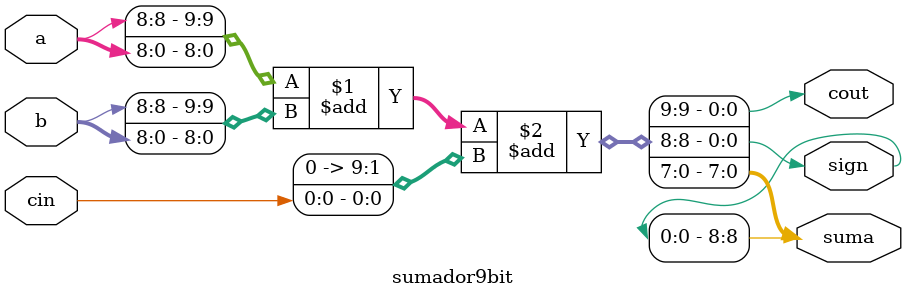
<source format=v>

module sumador9bit(
	output [8:0] suma,
	output cout,
	output sign,
	input [8:0] a,b,
	input cin);
	
	assign {cout,suma} = {a[8], a} + {b[8], b} + {9'b0,cin};
	assign sign = suma[8];
	
endmodule


</source>
